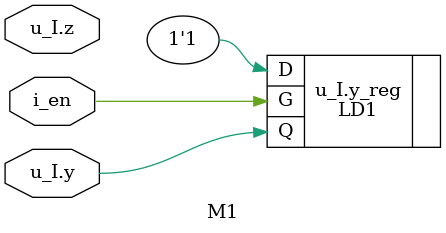
<source format=v>


module M1 ( \u_I.y , \u_I.z , i_en );
  input i_en;
  inout \u_I.y ,  \u_I.z ;

  tri   \u_I.y ;

  LD1 \u_I.y_reg  ( .G(i_en), .D(1'b1), .Q(\u_I.y ) );
endmodule


</source>
